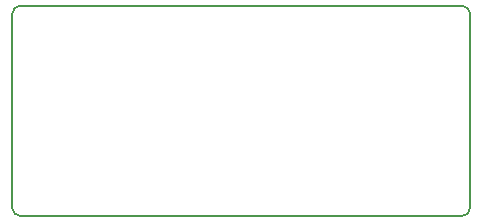
<source format=gm1>
%TF.GenerationSoftware,KiCad,Pcbnew,(5.1.8)-1*%
%TF.CreationDate,2021-02-01T19:36:53+01:00*%
%TF.ProjectId,Composite Video Amplifier,436f6d70-6f73-4697-9465-20566964656f,rev?*%
%TF.SameCoordinates,Original*%
%TF.FileFunction,Profile,NP*%
%FSLAX46Y46*%
G04 Gerber Fmt 4.6, Leading zero omitted, Abs format (unit mm)*
G04 Created by KiCad (PCBNEW (5.1.8)-1) date 2021-02-01 19:36:53*
%MOMM*%
%LPD*%
G01*
G04 APERTURE LIST*
%TA.AperFunction,Profile*%
%ADD10C,0.150000*%
%TD*%
G04 APERTURE END LIST*
D10*
X171450000Y-135890000D02*
G75*
G02*
X170815000Y-136525000I-635000J0D01*
G01*
X170815000Y-118745000D02*
G75*
G02*
X171450000Y-119380000I0J-635000D01*
G01*
X132715000Y-119380000D02*
G75*
G02*
X133350000Y-118745000I635000J0D01*
G01*
X133350000Y-136525000D02*
G75*
G02*
X132715000Y-135890000I0J635000D01*
G01*
X133350000Y-118745000D02*
X170815000Y-118745000D01*
X132715000Y-135890000D02*
X132715000Y-119380000D01*
X171450000Y-135890000D02*
X171450000Y-119380000D01*
X133350000Y-136525000D02*
X170815000Y-136525000D01*
M02*

</source>
